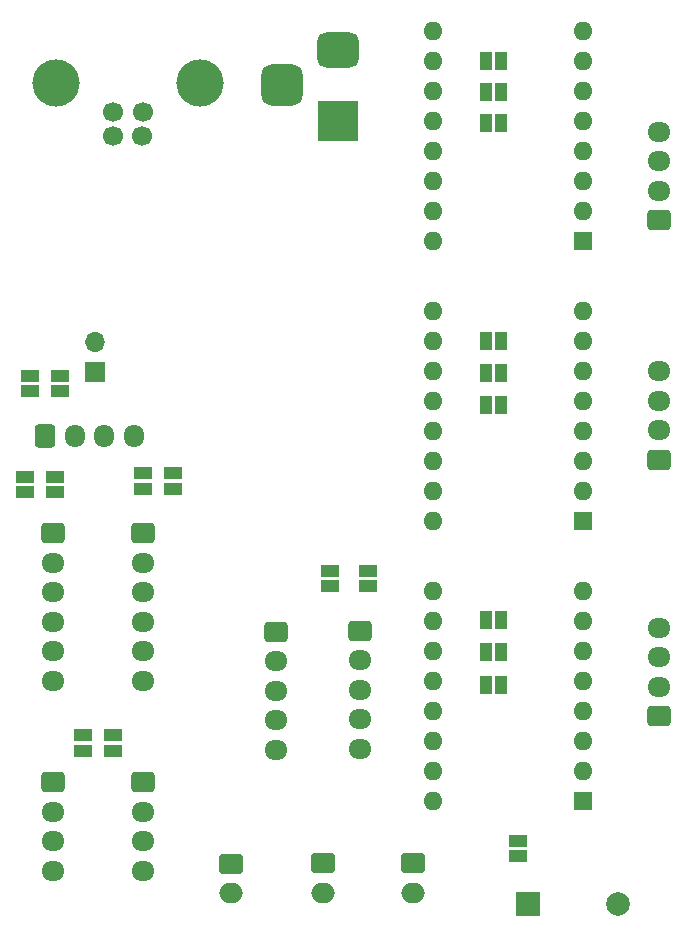
<source format=gbs>
%TF.GenerationSoftware,KiCad,Pcbnew,7.0.6*%
%TF.CreationDate,2024-03-18T20:13:49+01:00*%
%TF.ProjectId,startrckr_pcb,73746172-7472-4636-9b72-5f7063622e6b,rev?*%
%TF.SameCoordinates,Original*%
%TF.FileFunction,Soldermask,Bot*%
%TF.FilePolarity,Negative*%
%FSLAX46Y46*%
G04 Gerber Fmt 4.6, Leading zero omitted, Abs format (unit mm)*
G04 Created by KiCad (PCBNEW 7.0.6) date 2024-03-18 20:13:49*
%MOMM*%
%LPD*%
G01*
G04 APERTURE LIST*
G04 Aperture macros list*
%AMRoundRect*
0 Rectangle with rounded corners*
0 $1 Rounding radius*
0 $2 $3 $4 $5 $6 $7 $8 $9 X,Y pos of 4 corners*
0 Add a 4 corners polygon primitive as box body*
4,1,4,$2,$3,$4,$5,$6,$7,$8,$9,$2,$3,0*
0 Add four circle primitives for the rounded corners*
1,1,$1+$1,$2,$3*
1,1,$1+$1,$4,$5*
1,1,$1+$1,$6,$7*
1,1,$1+$1,$8,$9*
0 Add four rect primitives between the rounded corners*
20,1,$1+$1,$2,$3,$4,$5,0*
20,1,$1+$1,$4,$5,$6,$7,0*
20,1,$1+$1,$6,$7,$8,$9,0*
20,1,$1+$1,$8,$9,$2,$3,0*%
G04 Aperture macros list end*
%ADD10RoundRect,0.250000X-0.750000X0.600000X-0.750000X-0.600000X0.750000X-0.600000X0.750000X0.600000X0*%
%ADD11O,2.000000X1.700000*%
%ADD12R,2.000000X2.000000*%
%ADD13C,2.000000*%
%ADD14O,1.950000X1.700000*%
%ADD15RoundRect,0.250000X-0.725000X0.600000X-0.725000X-0.600000X0.725000X-0.600000X0.725000X0.600000X0*%
%ADD16RoundRect,0.250000X-0.600000X-0.725000X0.600000X-0.725000X0.600000X0.725000X-0.600000X0.725000X0*%
%ADD17O,1.700000X1.950000*%
%ADD18R,3.500000X3.500000*%
%ADD19RoundRect,0.750000X-1.000000X0.750000X-1.000000X-0.750000X1.000000X-0.750000X1.000000X0.750000X0*%
%ADD20RoundRect,0.875000X-0.875000X0.875000X-0.875000X-0.875000X0.875000X-0.875000X0.875000X0.875000X0*%
%ADD21R,1.500000X1.000000*%
%ADD22R,1.700000X1.700000*%
%ADD23O,1.700000X1.700000*%
%ADD24RoundRect,0.250000X0.725000X-0.600000X0.725000X0.600000X-0.725000X0.600000X-0.725000X-0.600000X0*%
%ADD25C,1.700000*%
%ADD26C,4.000000*%
%ADD27R,1.600000X1.600000*%
%ADD28O,1.600000X1.600000*%
%ADD29R,1.000000X1.500000*%
G04 APERTURE END LIST*
D10*
%TO.C,LS1*%
X189755000Y-131465000D03*
D11*
X189755000Y-133965000D03*
%TD*%
D12*
%TO.C,BZ1*%
X214884000Y-134874000D03*
D13*
X222484000Y-134874000D03*
%TD*%
D14*
%TO.C,SPI1*%
X182245000Y-116005000D03*
X182245000Y-113505000D03*
X182245000Y-111005000D03*
X182245000Y-108505000D03*
X182245000Y-106005000D03*
D15*
X182245000Y-103505000D03*
%TD*%
D14*
%TO.C,SPI2*%
X174625000Y-116005000D03*
X174625000Y-113505000D03*
X174625000Y-111005000D03*
X174625000Y-108505000D03*
X174625000Y-106005000D03*
D15*
X174625000Y-103505000D03*
%TD*%
%TO.C,I2C2_2*%
X193565000Y-111840000D03*
D14*
X193565000Y-114340000D03*
X193565000Y-116840000D03*
X193565000Y-119340000D03*
X193565000Y-121840000D03*
%TD*%
%TO.C,I2C1_1*%
X182245000Y-132065000D03*
X182245000Y-129565000D03*
X182245000Y-127065000D03*
D15*
X182245000Y-124565000D03*
%TD*%
D14*
%TO.C,I2C1_2*%
X174625000Y-132065000D03*
X174625000Y-129565000D03*
X174625000Y-127065000D03*
D15*
X174625000Y-124565000D03*
%TD*%
D16*
%TO.C,UART1*%
X173990000Y-95270000D03*
D17*
X176490000Y-95270000D03*
X178990000Y-95270000D03*
X181490000Y-95270000D03*
%TD*%
D11*
%TO.C,LS3*%
X205105000Y-133945000D03*
D10*
X205105000Y-131445000D03*
%TD*%
%TO.C,LS2*%
X197485000Y-131445000D03*
D11*
X197485000Y-133945000D03*
%TD*%
D15*
%TO.C,I2C2_1*%
X200660000Y-111760000D03*
D14*
X200660000Y-114260000D03*
X200660000Y-116760000D03*
X200660000Y-119260000D03*
X200660000Y-121760000D03*
%TD*%
D18*
%TO.C,J11*%
X198755000Y-68580000D03*
D19*
X198755000Y-62580000D03*
D20*
X194055000Y-65580000D03*
%TD*%
D21*
%TO.C,JP20*%
X179705000Y-121920000D03*
X179705000Y-120620000D03*
%TD*%
%TO.C,JP19*%
X177165000Y-121920000D03*
X177165000Y-120620000D03*
%TD*%
%TO.C,JP16*%
X198120000Y-107980000D03*
X198120000Y-106680000D03*
%TD*%
D22*
%TO.C,J5*%
X178193562Y-89861478D03*
D23*
X178193562Y-87321478D03*
%TD*%
D24*
%TO.C,J10*%
X226000000Y-119000000D03*
D14*
X226000000Y-116500000D03*
X226000000Y-114000000D03*
X226000000Y-111500000D03*
%TD*%
D24*
%TO.C,J2*%
X226000000Y-77000000D03*
D14*
X226000000Y-74500000D03*
X226000000Y-72000000D03*
X226000000Y-69500000D03*
%TD*%
D21*
%TO.C,JP15*%
X201295000Y-107980000D03*
X201295000Y-106680000D03*
%TD*%
D25*
%TO.C,J1*%
X179725000Y-69850000D03*
X182225000Y-69850000D03*
X182265000Y-67850000D03*
X179725000Y-67850000D03*
D26*
X187075000Y-65350000D03*
X174875000Y-65350000D03*
%TD*%
D27*
%TO.C,A2*%
X219502645Y-102478942D03*
D28*
X219502645Y-99938942D03*
X219502645Y-97398942D03*
X219502645Y-94858942D03*
X219502645Y-92318942D03*
X219502645Y-89778942D03*
X219502645Y-87238942D03*
X219502645Y-84698942D03*
X206802645Y-84698942D03*
X206802645Y-87238942D03*
X206802645Y-89778942D03*
X206802645Y-92318942D03*
X206802645Y-94858942D03*
X206802645Y-97398942D03*
X206802645Y-99938942D03*
X206802645Y-102478942D03*
%TD*%
D27*
%TO.C,A3*%
X219502645Y-126166442D03*
D28*
X219502645Y-123626442D03*
X219502645Y-121086442D03*
X219502645Y-118546442D03*
X219502645Y-116006442D03*
X219502645Y-113466442D03*
X219502645Y-110926442D03*
X219502645Y-108386442D03*
X206802645Y-108386442D03*
X206802645Y-110926442D03*
X206802645Y-113466442D03*
X206802645Y-116006442D03*
X206802645Y-118546442D03*
X206802645Y-121086442D03*
X206802645Y-123626442D03*
X206802645Y-126166442D03*
%TD*%
D24*
%TO.C,J9*%
X226000000Y-97269786D03*
D14*
X226000000Y-94769786D03*
X226000000Y-92269786D03*
X226000000Y-89769786D03*
%TD*%
D27*
%TO.C,A1*%
X219502645Y-78791442D03*
D28*
X219502645Y-76251442D03*
X219502645Y-73711442D03*
X219502645Y-71171442D03*
X219502645Y-68631442D03*
X219502645Y-66091442D03*
X219502645Y-63551442D03*
X219502645Y-61011442D03*
X206802645Y-61011442D03*
X206802645Y-63551442D03*
X206802645Y-66091442D03*
X206802645Y-68631442D03*
X206802645Y-71171442D03*
X206802645Y-73711442D03*
X206802645Y-76251442D03*
X206802645Y-78791442D03*
%TD*%
D21*
%TO.C,JP12*%
X182245000Y-99710000D03*
X182245000Y-98410000D03*
%TD*%
%TO.C,JP13*%
X172298881Y-100033949D03*
X172298881Y-98733949D03*
%TD*%
D29*
%TO.C,JP7*%
X212592622Y-92620424D03*
X211292622Y-92620424D03*
%TD*%
%TO.C,JP2*%
X212592622Y-66154062D03*
X211292622Y-66154062D03*
%TD*%
%TO.C,JP10*%
X212592622Y-116303824D03*
X211292622Y-116303824D03*
%TD*%
D21*
%TO.C,JP4*%
X213995000Y-129525000D03*
X213995000Y-130825000D03*
%TD*%
D29*
%TO.C,JP6*%
X212592622Y-89926645D03*
X211292622Y-89926645D03*
%TD*%
%TO.C,JP8*%
X212592622Y-110816486D03*
X211292622Y-110816486D03*
%TD*%
%TO.C,JP9*%
X212592622Y-113560155D03*
X211292622Y-113560155D03*
%TD*%
%TO.C,JP5*%
X212592622Y-87232867D03*
X211292622Y-87232867D03*
%TD*%
D21*
%TO.C,JP17*%
X175260000Y-90170000D03*
X175260000Y-91470000D03*
%TD*%
D29*
%TO.C,JP1*%
X212592622Y-63528515D03*
X211292622Y-63528515D03*
%TD*%
D21*
%TO.C,JP14*%
X174830991Y-100022304D03*
X174830991Y-98722304D03*
%TD*%
%TO.C,JP11*%
X184785000Y-99710000D03*
X184785000Y-98410000D03*
%TD*%
D29*
%TO.C,JP3*%
X212592622Y-68779609D03*
X211292622Y-68779609D03*
%TD*%
D21*
%TO.C,JP18*%
X172720000Y-90170000D03*
X172720000Y-91470000D03*
%TD*%
M02*

</source>
